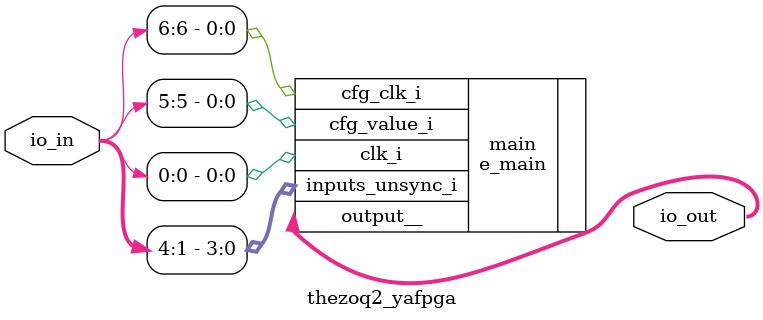
<source format=v>
module thezoq2_yafpga (
    input [7:0] io_in,
    output [7:0] io_out
    );

    e_main main
        ( .clk_i(io_in[0])
        , .inputs_unsync_i(io_in[4:1])
        , .cfg_value_i(io_in[5])
        , .cfg_clk_i(io_in[6])
        , .output__(io_out)
        );
endmodule

</source>
